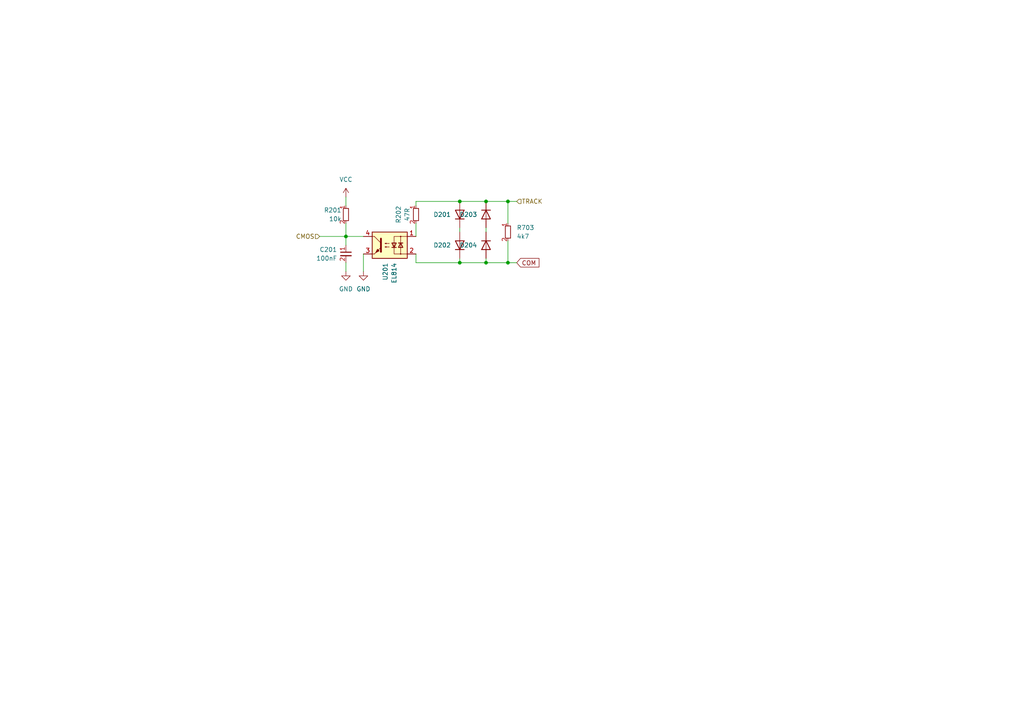
<source format=kicad_sch>
(kicad_sch (version 20230121) (generator eeschema)
  (paper "A4")
  (lib_symbols
    (symbol "capacitor_miscellaneous:C_0402_100nF"
      (property "Reference" "C" (at 1.27 2.54 0))
      (property "Value" "100nF" (at 3.81 -2.54 0))
      (symbol "C_0402_100nF_0_1"
        (polyline (pts (xy -1.524 -0.508) (xy 1.524 -0.508)) (stroke (width 0.3302)))
        (polyline (pts (xy -1.524 0.508) (xy 1.524 0.508)) (stroke (width 0.3048)))
      )
      (symbol "C_0402_100nF_1_1"
        (pin passive line (at 0 2.54 270) (length 2.032) (name "~") (number "1"))
        (pin passive line (at 0 -2.54 90) (length 2.032) (name "~") (number "2"))
      )
    )
    (symbol "custom_kicad_lib_sk:EL814S" (pin_names (offset 1.016))
      (property "Reference" "U" (at -5.334 4.826 0))
      (property "Value" "EL814" (at 0 5.08 0))
      (symbol "EL814S_0_1"
        (rectangle (start -5.08 3.81) (end 5.08 -3.81) (stroke (width 0.254)) (fill (type background)))
        (circle (center -3.175 -2.54) (radius 0.127))
        (circle (center -3.175 2.54) (radius 0.127))
        (polyline (pts (xy -3.81 0.635) (xy -2.54 0.635)) (stroke (width 0.254)))
        (polyline (pts (xy -3.175 -0.635) (xy -3.175 -2.54)))
        (polyline (pts (xy -3.175 0.635) (xy -3.175 -0.635)))
        (polyline (pts (xy -3.175 0.635) (xy -3.175 2.54)))
        (polyline (pts (xy -1.905 -0.635) (xy -0.635 -0.635)) (stroke (width 0.254)))
        (polyline (pts (xy -1.27 0.635) (xy -1.27 -0.635)))
        (polyline (pts (xy 2.54 0.635) (xy 4.445 2.54)))
        (polyline (pts (xy 4.445 -2.54) (xy 2.54 -0.635)) (fill (type outline)))
        (polyline (pts (xy 4.445 -2.54) (xy 5.08 -2.54)))
        (polyline (pts (xy 4.445 2.54) (xy 5.08 2.54)))
        (polyline (pts (xy -5.08 2.54) (xy -1.27 2.54) (xy -1.27 0.635)))
        (polyline (pts (xy -1.27 -0.635) (xy -1.27 -2.54) (xy -5.08 -2.54)))
        (polyline (pts (xy 2.54 1.905) (xy 2.54 -1.905) (xy 2.54 -1.905)) (stroke (width 0.508)))
        (polyline (pts (xy -3.175 0.635) (xy -3.81 -0.635) (xy -2.54 -0.635) (xy -3.175 0.635)) (stroke (width 0.254)))
        (polyline (pts (xy -1.27 -0.635) (xy -1.905 0.635) (xy -0.635 0.635) (xy -1.27 -0.635)) (stroke (width 0.254)))
        (polyline (pts (xy 0.127 -0.508) (xy 1.397 -0.508) (xy 1.016 -0.635) (xy 1.016 -0.381) (xy 1.397 -0.508)))
        (polyline (pts (xy 0.127 0.508) (xy 1.397 0.508) (xy 1.016 0.381) (xy 1.016 0.635) (xy 1.397 0.508)))
        (polyline (pts (xy 3.048 -1.651) (xy 3.556 -1.143) (xy 4.064 -2.159) (xy 3.048 -1.651) (xy 3.048 -1.651)) (fill (type outline)))
      )
      (symbol "EL814S_1_1"
        (pin passive line (at -7.62 2.54 0) (length 2.54) (name "~") (number "1"))
        (pin passive line (at -7.62 -2.54 0) (length 2.54) (name "~") (number "2"))
        (pin passive line (at 7.62 -2.54 180) (length 2.54) (name "~") (number "3"))
        (pin passive line (at 7.62 2.54 180) (length 2.54) (name "~") (number "4"))
      )
    )
    (symbol "custom_kicad_lib_sk:SS53" (pin_numbers hide) (pin_names (offset 1.016) hide)
      (property "Reference" "D" (at 0 2.54 0))
      (property "Value" "SS53" (at 0 -1.27 0))
      (symbol "SS53_0_1"
        (polyline (pts (xy -1.27 2.54) (xy -1.27 0)) (stroke (width 0.254)))
        (polyline (pts (xy 1.27 1.27) (xy -1.27 1.27)))
        (polyline (pts (xy 1.27 2.54) (xy 1.27 0) (xy -1.27 1.27) (xy 1.27 2.54)) (stroke (width 0.254)))
      )
      (symbol "SS53_1_1"
        (pin passive line (at -3.81 1.27 0) (length 2.54) (name "K") (number "1"))
        (pin passive line (at 3.81 1.27 180) (length 2.54) (name "A") (number "2"))
      )
    )
    (symbol "power:GND" (power) (pin_names (offset 0))
      (property "Value" "GND" (at 0 -3.81 0))
      (symbol "GND_0_1"
        (polyline (pts (xy 0 0) (xy 0 -1.27) (xy 1.27 -1.27) (xy 0 -2.54) (xy -1.27 -1.27) (xy 0 -1.27)))
      )
      (symbol "GND_1_1"
        (pin power_in line (at 0 0 270) (length 0) hide (name "GND") (number "1"))
      )
    )
    (symbol "power:VCC" (power) (pin_names (offset 0))
      (property "Value" "VCC" (at 0 3.81 0))
      (symbol "VCC_0_1"
        (polyline (pts (xy -0.762 1.27) (xy 0 2.54)))
        (polyline (pts (xy 0 0) (xy 0 2.54)))
        (polyline (pts (xy 0 2.54) (xy 0.762 1.27)))
      )
      (symbol "VCC_1_1"
        (pin power_in line (at 0 0 90) (length 0) hide (name "VCC") (number "1"))
      )
    )
    (symbol "resistors_0603:R_10k_0603"
      (property "Reference" "R" (at 1.27 2.54 0))
      (property "Value" "10k" (at 2.54 -2.54 0))
      (symbol "R_10k_0603_0_1"
        (rectangle (start -0.762 1.778) (end 0.762 -1.778) (stroke (width 0.2032)))
      )
      (symbol "R_10k_0603_1_1"
        (pin passive line (at 0 2.54 270) (length 0.762) (name "~") (number "1"))
        (pin passive line (at 0 -2.54 90) (length 0.762) (name "~") (number "2"))
      )
    )
    (symbol "resistors_0603:R_47R_0603"
      (property "Reference" "R" (at 1.27 2.54 0))
      (property "Value" "47R" (at 2.54 -2.54 0))
      (symbol "R_47R_0603_0_1"
        (rectangle (start -0.762 1.778) (end 0.762 -1.778) (stroke (width 0.2032)))
      )
      (symbol "R_47R_0603_1_1"
        (pin passive line (at 0 2.54 270) (length 0.762) (name "~") (number "1"))
        (pin passive line (at 0 -2.54 90) (length 0.762) (name "~") (number "2"))
      )
    )
    (symbol "resistors_0603:R_4k7_0603"
      (property "Reference" "R" (at 1.27 2.54 0))
      (property "Value" "4k7" (at 2.54 -2.54 0))
      (symbol "R_4k7_0603_0_1"
        (rectangle (start -0.762 1.778) (end 0.762 -1.778) (stroke (width 0.2032)))
      )
      (symbol "R_4k7_0603_1_1"
        (pin passive line (at 0 2.54 270) (length 0.762) (name "~") (number "1"))
        (pin passive line (at 0 -2.54 90) (length 0.762) (name "~") (number "2"))
      )
    )
  )
  (junction (at 140.97 58.42))
  (junction (at 140.97 76.2))
  (junction (at 100.33 68.58))
  (junction (at 147.32 76.2))
  (junction (at 133.35 76.2))
  (junction (at 147.32 58.42))
  (junction (at 133.35 58.42))
  (wire (pts (xy 105.41 73.66) (xy 105.41 78.74)))
  (wire (pts (xy 100.33 68.58) (xy 100.33 71.12)))
  (wire (pts (xy 100.33 76.2) (xy 100.33 78.74)))
  (wire (pts (xy 120.65 73.66) (xy 120.65 76.2)))
  (wire (pts (xy 105.41 68.58) (xy 100.33 68.58)))
  (wire (pts (xy 100.33 68.58) (xy 92.71 68.58)))
  (wire (pts (xy 140.97 76.2) (xy 133.35 76.2)))
  (wire (pts (xy 140.97 74.93) (xy 140.97 76.2)))
  (wire (pts (xy 100.33 57.15) (xy 100.33 59.69)))
  (wire (pts (xy 147.32 69.85) (xy 147.32 76.2)))
  (wire (pts (xy 120.65 76.2) (xy 133.35 76.2)))
  (wire (pts (xy 120.65 58.42) (xy 120.65 59.69)))
  (wire (pts (xy 133.35 74.93) (xy 133.35 76.2)))
  (wire (pts (xy 147.32 58.42) (xy 147.32 64.77)))
  (wire (pts (xy 140.97 66.04) (xy 140.97 67.31)))
  (wire (pts (xy 133.35 66.04) (xy 133.35 67.31)))
  (wire (pts (xy 147.32 58.42) (xy 140.97 58.42)))
  (wire (pts (xy 120.65 64.77) (xy 120.65 68.58)))
  (wire (pts (xy 120.65 58.42) (xy 133.35 58.42)))
  (wire (pts (xy 149.86 76.2) (xy 147.32 76.2)))
  (wire (pts (xy 100.33 64.77) (xy 100.33 68.58)))
  (wire (pts (xy 147.32 76.2) (xy 140.97 76.2)))
  (wire (pts (xy 149.86 58.42) (xy 147.32 58.42)))
  (wire (pts (xy 140.97 58.42) (xy 133.35 58.42)))
  (global_label "COM" (shape input) (at 149.86 76.2 0) (property "Intersheetrefs" "${INTERSHEET_REFS}" (effects hide)))
  (hierarchical_label "CMOS" (shape input) (at 92.71 68.58 180))
  (hierarchical_label "TRACK" (shape input) (at 149.86 58.42 0))
  (symbol (lib_id "resistors_0603:R_4k7_0603") (at 147.32 67.31 0) (unit 1)
    (property "Reference" "R703" (at 149.86 66.04 0) (effects (justify left)))
    (property "Value" "4k7" (at 149.86 68.58 0) (effects (justify left)))
    (property "Footprint" "custom_kicad_lib_sk:R_0603_smalltext" (effects hide))
    (property "JLCPCB Part#" "C23162" (effects hide))
    (instances (project "OS-S88n" (path "" (reference "R703") (unit 1)) (path "" (reference "R203") (unit 1)) (path "" (reference "R403") (unit 1)) (path "" (reference "R503") (unit 1)) (path "" (reference "R603") (unit 1)) (path "" (reference "R803") (unit 1)) (path "" (reference "R903") (unit 1)) (path "" (reference "R1003") (unit 1)) (path "" (reference "R1103") (unit 1)) (path "" (reference "R1303") (unit 1)) (path "" (reference "R1403") (unit 1)) (path "" (reference "R1503") (unit 1)) (path "" (reference "R1603") (unit 1)) (path "" (reference "R1703") (unit 1)) (path "" (reference "R1803") (unit 1)) (path "" (reference "R1903") (unit 1))))
  )
  (symbol (lib_id "custom_kicad_lib_sk:SS53") (at 142.24 71.12 90) (mirror x) (unit 1)
    (property "Reference" "D204" (at 138.43 71.12 90) (effects (justify left)))
    (property "Value" "SS53" (effects hide))
    (property "Footprint" "Diode_SMD:D_SMA" (effects hide))
    (property "Sim.Device" "D" (effects hide))
    (property "Sim.Pins" "1=K 2=A" (effects hide))
    (property "JLCPCB Part#" "C8678" (effects hide))
    (instances (project "OS-S88n" (path "" (reference "D204") (unit 1)) (path "" (reference "D404") (unit 1)) (path "" (reference "D504") (unit 1)) (path "" (reference "D604") (unit 1)) (path "" (reference "D704") (unit 1)) (path "" (reference "D804") (unit 1)) (path "" (reference "D904") (unit 1)) (path "" (reference "D1004") (unit 1)) (path "" (reference "D1904") (unit 1)) (path "" (reference "D1704") (unit 1)) (path "" (reference "D1804") (unit 1)) (path "" (reference "D1104") (unit 1)) (path "" (reference "D1404") (unit 1)) (path "" (reference "D1304") (unit 1)) (path "" (reference "D1504") (unit 1)) (path "" (reference "D1604") (unit 1))))
  )
  (symbol (lib_id "custom_kicad_lib_sk:EL814S") (at 113.03 71.12 0) (mirror y) (unit 1)
    (property "Reference" "U201" (at 111.76 76.2 90) (effects (justify right)))
    (property "Value" "EL814" (at 114.3 76.2 90) (effects (justify right)))
    (property "Footprint" "Package_DIP:SMDIP-4_W7.62mm" (effects hide))
    (property "Datasheet" "http://www.everlight.com/file/ProductFile/EL814.pdf" (effects hide))
    (property "JLCPCB Part#" "C500388" (effects hide))
    (instances (project "OS-S88n" (path "" (reference "U201") (unit 1)) (path "" (reference "U401") (unit 1)) (path "" (reference "U501") (unit 1)) (path "" (reference "U601") (unit 1)) (path "" (reference "U701") (unit 1)) (path "" (reference "U801") (unit 1)) (path "" (reference "U901") (unit 1)) (path "" (reference "U1001") (unit 1)) (path "" (reference "U1901") (unit 1)) (path "" (reference "U1701") (unit 1)) (path "" (reference "U1801") (unit 1)) (path "" (reference "U1101") (unit 1)) (path "" (reference "U1401") (unit 1)) (path "" (reference "U1301") (unit 1)) (path "" (reference "U1501") (unit 1)) (path "" (reference "U1601") (unit 1))))
  )
  (symbol (lib_id "power:VCC") (at 100.33 57.15 0) (mirror y) (unit 1)
    (property "Reference" "#PWR0202" (effects hide))
    (property "Value" "VCC" (at 100.33 52.07 0))
    (instances (project "OS-S88n" (path "" (reference "#PWR0202") (unit 1)) (path "" (reference "#PWR0401") (unit 1)) (path "" (reference "#PWR0501") (unit 1)) (path "" (reference "#PWR0601") (unit 1)) (path "" (reference "#PWR0701") (unit 1)) (path "" (reference "#PWR0801") (unit 1)) (path "" (reference "#PWR0901") (unit 1)) (path "" (reference "#PWR01001") (unit 1)) (path "" (reference "#PWR01901") (unit 1)) (path "" (reference "#PWR01701") (unit 1)) (path "" (reference "#PWR01801") (unit 1)) (path "" (reference "#PWR01101") (unit 1)) (path "" (reference "#PWR01401") (unit 1)) (path "" (reference "#PWR01301") (unit 1)) (path "" (reference "#PWR01501") (unit 1)) (path "" (reference "#PWR01601") (unit 1))))
  )
  (symbol (lib_id "resistors_0603:R_47R_0603") (at 120.65 62.23 0) (mirror y) (unit 1)
    (property "Reference" "R202" (at 115.57 62.23 90))
    (property "Value" "47R" (at 118.11 62.23 90))
    (property "Footprint" "custom_kicad_lib_sk:R_0603_smalltext" (effects hide))
    (property "JLCPCB Part#" "C23182" (effects hide))
    (instances (project "OS-S88n" (path "" (reference "R202") (unit 1)) (path "" (reference "R402") (unit 1)) (path "" (reference "R502") (unit 1)) (path "" (reference "R602") (unit 1)) (path "" (reference "R702") (unit 1)) (path "" (reference "R802") (unit 1)) (path "" (reference "R902") (unit 1)) (path "" (reference "R1002") (unit 1)) (path "" (reference "R1902") (unit 1)) (path "" (reference "R1702") (unit 1)) (path "" (reference "R1802") (unit 1)) (path "" (reference "R1102") (unit 1)) (path "" (reference "R1402") (unit 1)) (path "" (reference "R1302") (unit 1)) (path "" (reference "R1502") (unit 1)) (path "" (reference "R1602") (unit 1))))
  )
  (symbol (lib_id "resistors_0603:R_10k_0603") (at 100.33 62.23 0) (mirror y) (unit 1)
    (property "Reference" "R201" (at 99.06 60.96 0) (effects (justify left)))
    (property "Value" "10k" (at 99.06 63.5 0) (effects (justify left)))
    (property "Footprint" "custom_kicad_lib_sk:R_0603_smalltext" (effects hide))
    (property "JLCPCB Part#" "C25804" (effects hide))
    (instances (project "OS-S88n" (path "" (reference "R201") (unit 1)) (path "" (reference "R401") (unit 1)) (path "" (reference "R501") (unit 1)) (path "" (reference "R601") (unit 1)) (path "" (reference "R701") (unit 1)) (path "" (reference "R801") (unit 1)) (path "" (reference "R901") (unit 1)) (path "" (reference "R1001") (unit 1)) (path "" (reference "R1901") (unit 1)) (path "" (reference "R1701") (unit 1)) (path "" (reference "R1801") (unit 1)) (path "" (reference "R1101") (unit 1)) (path "" (reference "R1401") (unit 1)) (path "" (reference "R1301") (unit 1)) (path "" (reference "R1501") (unit 1)) (path "" (reference "R1601") (unit 1))))
  )
  (symbol (lib_id "power:GND") (at 105.41 78.74 0) (mirror y) (unit 1)
    (property "Reference" "#PWR0201" (effects hide))
    (property "Value" "GND" (at 105.41 83.82 0))
    (instances (project "OS-S88n" (path "" (reference "#PWR0201") (unit 1)) (path "" (reference "#PWR0403") (unit 1)) (path "" (reference "#PWR0503") (unit 1)) (path "" (reference "#PWR0603") (unit 1)) (path "" (reference "#PWR0703") (unit 1)) (path "" (reference "#PWR0803") (unit 1)) (path "" (reference "#PWR0903") (unit 1)) (path "" (reference "#PWR01003") (unit 1)) (path "" (reference "#PWR01903") (unit 1)) (path "" (reference "#PWR01703") (unit 1)) (path "" (reference "#PWR01803") (unit 1)) (path "" (reference "#PWR01103") (unit 1)) (path "" (reference "#PWR01403") (unit 1)) (path "" (reference "#PWR01303") (unit 1)) (path "" (reference "#PWR01503") (unit 1)) (path "" (reference "#PWR01603") (unit 1))))
  )
  (symbol (lib_id "custom_kicad_lib_sk:SS53") (at 132.08 62.23 270) (mirror x) (unit 1)
    (property "Reference" "D201" (at 130.81 62.23 90) (effects (justify right)))
    (property "Value" "SS53" (effects hide))
    (property "Footprint" "Diode_SMD:D_SMA" (effects hide))
    (property "Sim.Device" "D" (effects hide))
    (property "Sim.Pins" "1=K 2=A" (effects hide))
    (property "JLCPCB Part#" "C8678" (effects hide))
    (instances (project "OS-S88n" (path "" (reference "D201") (unit 1)) (path "" (reference "D401") (unit 1)) (path "" (reference "D501") (unit 1)) (path "" (reference "D601") (unit 1)) (path "" (reference "D701") (unit 1)) (path "" (reference "D801") (unit 1)) (path "" (reference "D901") (unit 1)) (path "" (reference "D1001") (unit 1)) (path "" (reference "D1901") (unit 1)) (path "" (reference "D1701") (unit 1)) (path "" (reference "D1801") (unit 1)) (path "" (reference "D1101") (unit 1)) (path "" (reference "D1401") (unit 1)) (path "" (reference "D1301") (unit 1)) (path "" (reference "D1501") (unit 1)) (path "" (reference "D1601") (unit 1))))
  )
  (symbol (lib_id "power:GND") (at 100.33 78.74 0) (mirror y) (unit 1)
    (property "Reference" "#PWR0203" (effects hide))
    (property "Value" "GND" (at 100.33 83.82 0))
    (instances (project "OS-S88n" (path "" (reference "#PWR0203") (unit 1)) (path "" (reference "#PWR0402") (unit 1)) (path "" (reference "#PWR0502") (unit 1)) (path "" (reference "#PWR0602") (unit 1)) (path "" (reference "#PWR0702") (unit 1)) (path "" (reference "#PWR0802") (unit 1)) (path "" (reference "#PWR0902") (unit 1)) (path "" (reference "#PWR01002") (unit 1)) (path "" (reference "#PWR01902") (unit 1)) (path "" (reference "#PWR01702") (unit 1)) (path "" (reference "#PWR01802") (unit 1)) (path "" (reference "#PWR01102") (unit 1)) (path "" (reference "#PWR01402") (unit 1)) (path "" (reference "#PWR01302") (unit 1)) (path "" (reference "#PWR01502") (unit 1)) (path "" (reference "#PWR01602") (unit 1))))
  )
  (symbol (lib_id "capacitor_miscellaneous:C_0402_100nF") (at 100.33 73.66 0) (mirror y) (unit 1)
    (property "Reference" "C201" (at 97.79 72.3963 0) (effects (justify left)))
    (property "Value" "100nF" (at 97.79 74.9363 0) (effects (justify left)))
    (property "Footprint" "Capacitor_SMD:C_0402_1005Metric" (effects hide))
    (property "JLCPCB Part#" "C15195" (effects hide))
    (instances (project "OS-S88n" (path "" (reference "C201") (unit 1)) (path "" (reference "C401") (unit 1)) (path "" (reference "C501") (unit 1)) (path "" (reference "C601") (unit 1)) (path "" (reference "C701") (unit 1)) (path "" (reference "C801") (unit 1)) (path "" (reference "C901") (unit 1)) (path "" (reference "C1001") (unit 1)) (path "" (reference "C1901") (unit 1)) (path "" (reference "C1701") (unit 1)) (path "" (reference "C1801") (unit 1)) (path "" (reference "C1101") (unit 1)) (path "" (reference "C1401") (unit 1)) (path "" (reference "C1301") (unit 1)) (path "" (reference "C1501") (unit 1)) (path "" (reference "C1601") (unit 1))))
  )
  (symbol (lib_id "custom_kicad_lib_sk:SS53") (at 132.08 71.12 270) (mirror x) (unit 1)
    (property "Reference" "D202" (at 130.81 71.12 90) (effects (justify right)))
    (property "Value" "SS53" (effects hide))
    (property "Footprint" "Diode_SMD:D_SMA" (effects hide))
    (property "Sim.Device" "D" (effects hide))
    (property "Sim.Pins" "1=K 2=A" (effects hide))
    (property "JLCPCB Part#" "C8678" (effects hide))
    (instances (project "OS-S88n" (path "" (reference "D202") (unit 1)) (path "" (reference "D402") (unit 1)) (path "" (reference "D502") (unit 1)) (path "" (reference "D602") (unit 1)) (path "" (reference "D702") (unit 1)) (path "" (reference "D802") (unit 1)) (path "" (reference "D902") (unit 1)) (path "" (reference "D1002") (unit 1)) (path "" (reference "D1902") (unit 1)) (path "" (reference "D1702") (unit 1)) (path "" (reference "D1802") (unit 1)) (path "" (reference "D1102") (unit 1)) (path "" (reference "D1402") (unit 1)) (path "" (reference "D1302") (unit 1)) (path "" (reference "D1502") (unit 1)) (path "" (reference "D1602") (unit 1))))
  )
  (symbol (lib_id "custom_kicad_lib_sk:SS53") (at 142.24 62.23 90) (mirror x) (unit 1)
    (property "Reference" "D203" (at 138.43 62.23 90) (effects (justify left)))
    (property "Value" "SS53" (effects hide))
    (property "Footprint" "Diode_SMD:D_SMA" (effects hide))
    (property "Sim.Device" "D" (effects hide))
    (property "Sim.Pins" "1=K 2=A" (effects hide))
    (property "JLCPCB Part#" "C8678" (effects hide))
    (instances (project "OS-S88n" (path "" (reference "D203") (unit 1)) (path "" (reference "D403") (unit 1)) (path "" (reference "D503") (unit 1)) (path "" (reference "D603") (unit 1)) (path "" (reference "D703") (unit 1)) (path "" (reference "D803") (unit 1)) (path "" (reference "D903") (unit 1)) (path "" (reference "D1003") (unit 1)) (path "" (reference "D1903") (unit 1)) (path "" (reference "D1703") (unit 1)) (path "" (reference "D1803") (unit 1)) (path "" (reference "D1103") (unit 1)) (path "" (reference "D1403") (unit 1)) (path "" (reference "D1303") (unit 1)) (path "" (reference "D1503") (unit 1)) (path "" (reference "D1603") (unit 1))))
  )
)
</source>
